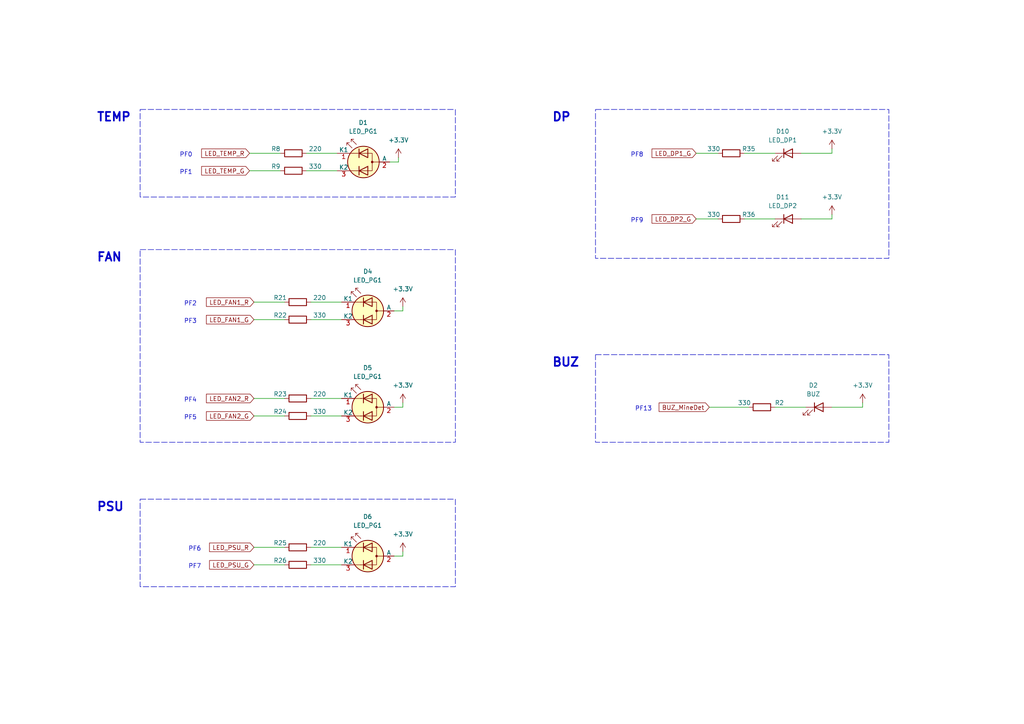
<source format=kicad_sch>
(kicad_sch (version 20230121) (generator eeschema)
  (paper "A4")
  (title_block (title "[AMDS] LED Schematic"))
  (lib_symbols
    (symbol "+3.3V_3" (power) (pin_numbers hide) (pin_names (offset 0) hide)
      (property "Value" "+3.3V_3" (at 0 3.556 0))
      (symbol "+3.3V_3_0_1"
        (polyline (pts (xy -0.762 1.27) (xy 0 2.54)))
        (polyline (pts (xy 0 0) (xy 0 2.54)))
        (polyline (pts (xy 0 2.54) (xy 0.762 1.27)))
      )
      (symbol "+3.3V_3_1_1"
        (pin power_in line (at 0 0 90) (length 0) hide (name "+3.3V") (number "1"))
      )
    )
    (symbol "+3.3V_4" (power) (pin_numbers hide) (pin_names (offset 0) hide)
      (property "Value" "+3.3V_4" (at 0 3.556 0))
      (symbol "+3.3V_4_0_1"
        (polyline (pts (xy -0.762 1.27) (xy 0 2.54)))
        (polyline (pts (xy 0 0) (xy 0 2.54)))
        (polyline (pts (xy 0 2.54) (xy 0.762 1.27)))
      )
      (symbol "+3.3V_4_1_1"
        (pin power_in line (at 0 0 90) (length 0) hide (name "+3.3V") (number "1"))
      )
    )
    (symbol "+3.3V_5" (power) (pin_numbers hide) (pin_names (offset 0) hide)
      (property "Value" "+3.3V_5" (at 0 3.556 0))
      (symbol "+3.3V_5_0_1"
        (polyline (pts (xy -0.762 1.27) (xy 0 2.54)))
        (polyline (pts (xy 0 0) (xy 0 2.54)))
        (polyline (pts (xy 0 2.54) (xy 0.762 1.27)))
      )
      (symbol "+3.3V_5_1_1"
        (pin power_in line (at 0 0 90) (length 0) hide (name "+3.3V") (number "1"))
      )
    )
    (symbol "+3.3V_6" (power) (pin_numbers hide) (pin_names (offset 0) hide)
      (property "Value" "+3.3V_6" (at 0 3.556 0))
      (symbol "+3.3V_6_0_1"
        (polyline (pts (xy -0.762 1.27) (xy 0 2.54)))
        (polyline (pts (xy 0 0) (xy 0 2.54)))
        (polyline (pts (xy 0 2.54) (xy 0.762 1.27)))
      )
      (symbol "+3.3V_6_1_1"
        (pin power_in line (at 0 0 90) (length 0) hide (name "+3.3V") (number "1"))
      )
    )
    (symbol "+3.3V_7" (power) (pin_numbers hide) (pin_names (offset 0) hide)
      (property "Value" "+3.3V_7" (at 0 3.556 0))
      (symbol "+3.3V_7_0_1"
        (polyline (pts (xy -0.762 1.27) (xy 0 2.54)))
        (polyline (pts (xy 0 0) (xy 0 2.54)))
        (polyline (pts (xy 0 2.54) (xy 0.762 1.27)))
      )
      (symbol "+3.3V_7_1_1"
        (pin power_in line (at 0 0 90) (length 0) hide (name "+3.3V") (number "1"))
      )
    )
    (symbol "Device:LED" (pin_numbers hide) (pin_names (offset 1.016) hide)
      (property "Reference" "D" (at 0 2.54 0))
      (property "Value" "LED" (at 0 -2.54 0))
      (symbol "LED_0_1"
        (polyline (pts (xy -1.27 -1.27) (xy -1.27 1.27)) (stroke (width 0.254)))
        (polyline (pts (xy -1.27 0) (xy 1.27 0)))
        (polyline (pts (xy 1.27 -1.27) (xy 1.27 1.27) (xy -1.27 0) (xy 1.27 -1.27)) (stroke (width 0.254)))
        (polyline (pts (xy -3.048 -0.762) (xy -4.572 -2.286) (xy -3.81 -2.286) (xy -4.572 -2.286) (xy -4.572 -1.524)))
        (polyline (pts (xy -1.778 -0.762) (xy -3.302 -2.286) (xy -2.54 -2.286) (xy -3.302 -2.286) (xy -3.302 -1.524)))
      )
      (symbol "LED_1_1"
        (pin passive line (at -3.81 0 0) (length 2.54) (name "K") (number "1"))
        (pin passive line (at 3.81 0 180) (length 2.54) (name "A") (number "2"))
      )
    )
    (symbol "Device:LED_Dual_KAK" (pin_names (offset 0))
      (property "Reference" "D" (at 0 5.715 0))
      (property "Value" "LED_Dual_KAK" (at 0 -6.35 0))
      (symbol "LED_Dual_KAK_0_1"
        (circle (center -2.54 0) (radius 0.2794) (fill (type outline)))
        (polyline (pts (xy -4.572 0) (xy -2.54 0)))
        (polyline (pts (xy 1.27 -1.27) (xy 1.27 -3.81)) (stroke (width 0.254)))
        (polyline (pts (xy 1.27 3.81) (xy 1.27 1.27)) (stroke (width 0.254)))
        (polyline (pts (xy 3.81 -2.54) (xy 1.905 -2.54)))
        (polyline (pts (xy 3.81 2.54) (xy 1.905 2.54)))
        (polyline (pts (xy -1.27 -1.27) (xy -1.27 -3.81) (xy 1.27 -2.54) (xy -1.27 -1.27)) (stroke (width 0.254)))
        (polyline (pts (xy -1.27 3.81) (xy -1.27 1.27) (xy 1.27 2.54) (xy -1.27 3.81)) (stroke (width 0.254)))
        (polyline (pts (xy 2.032 2.54) (xy -2.54 2.54) (xy -2.54 -2.54) (xy 2.032 -2.54)))
        (polyline (pts (xy 2.032 5.08) (xy 3.556 6.604) (xy 2.794 6.604) (xy 3.556 6.604) (xy 3.556 5.842)))
        (polyline (pts (xy 3.302 4.064) (xy 4.826 5.588) (xy 4.064 5.588) (xy 4.826 5.588) (xy 4.826 4.826)))
        (circle (center 0 0) (radius 4.572) (stroke (width 0.254)) (fill (type background)))
      )
      (symbol "LED_Dual_KAK_1_1"
        (pin input line (at 7.62 2.54 180) (length 3.81) (name "K1") (number "1"))
        (pin input line (at -7.62 0 0) (length 3.048) (name "A") (number "2"))
        (pin input line (at 7.62 -2.54 180) (length 3.81) (name "K2") (number "3"))
      )
    )
    (symbol "Device:R" (pin_numbers hide) (pin_names (offset 0))
      (property "Reference" "R" (at 2.032 0 90))
      (property "Value" "R" (at 0 0 90))
      (symbol "R_0_1"
        (rectangle (start -1.016 -2.54) (end 1.016 2.54) (stroke (width 0.254)))
      )
      (symbol "R_1_1"
        (pin passive line (at 0 3.81 270) (length 1.27) (name "~") (number "1"))
        (pin passive line (at 0 -3.81 90) (length 1.27) (name "~") (number "2"))
      )
    )
  )
  (wire (pts (xy 73.66 163.83) (xy 82.55 163.83)))
  (wire (pts (xy 215.9 44.45) (xy 224.79 44.45)))
  (wire (pts (xy 217.17 118.11) (xy 205.74 118.11)))
  (wire (pts (xy 241.3 118.11) (xy 250.19 118.11)))
  (wire (pts (xy 99.06 158.75) (xy 90.17 158.75)))
  (wire (pts (xy 99.06 87.63) (xy 90.17 87.63)))
  (wire (pts (xy 116.84 160.02) (xy 116.84 161.29)))
  (wire (pts (xy 215.9 63.5) (xy 224.79 63.5)))
  (wire (pts (xy 73.66 158.75) (xy 82.55 158.75)))
  (wire (pts (xy 97.79 44.45) (xy 88.9 44.45)))
  (wire (pts (xy 116.84 116.84) (xy 116.84 118.11)))
  (wire (pts (xy 208.28 63.5) (xy 201.93 63.5)))
  (wire (pts (xy 115.57 46.99) (xy 113.03 46.99)))
  (wire (pts (xy 90.17 163.83) (xy 99.06 163.83)))
  (wire (pts (xy 250.19 116.84) (xy 250.19 118.11)))
  (wire (pts (xy 116.84 90.17) (xy 114.3 90.17)))
  (wire (pts (xy 241.3 62.23) (xy 241.3 63.5)))
  (wire (pts (xy 73.66 92.71) (xy 82.55 92.71)))
  (wire (pts (xy 241.3 43.18) (xy 241.3 44.45)))
  (wire (pts (xy 115.57 45.72) (xy 115.57 46.99)))
  (wire (pts (xy 116.84 88.9) (xy 116.84 90.17)))
  (wire (pts (xy 88.9 49.53) (xy 97.79 49.53)))
  (wire (pts (xy 72.39 49.53) (xy 81.28 49.53)))
  (wire (pts (xy 99.06 115.57) (xy 90.17 115.57)))
  (wire (pts (xy 73.66 120.65) (xy 82.55 120.65)))
  (wire (pts (xy 90.17 120.65) (xy 99.06 120.65)))
  (wire (pts (xy 116.84 161.29) (xy 114.3 161.29)))
  (wire (pts (xy 72.39 44.45) (xy 81.28 44.45)))
  (wire (pts (xy 73.66 115.57) (xy 82.55 115.57)))
  (wire (pts (xy 232.41 44.45) (xy 241.3 44.45)))
  (wire (pts (xy 90.17 92.71) (xy 99.06 92.71)))
  (wire (pts (xy 208.28 44.45) (xy 201.93 44.45)))
  (wire (pts (xy 224.79 118.11) (xy 233.68 118.11)))
  (wire (pts (xy 73.66 87.63) (xy 82.55 87.63)))
  (wire (pts (xy 232.41 63.5) (xy 241.3 63.5)))
  (wire (pts (xy 116.84 118.11) (xy 114.3 118.11)))
  (rectangle (start 40.64 31.75) (end 132.08 57.15) (stroke (width 0) (type dash)))
  (rectangle (start 172.72 102.87) (end 257.81 128.27) (stroke (width 0) (type dash)))
  (rectangle (start 172.72 31.75) (end 257.81 74.93) (stroke (width 0) (type dash)))
  (rectangle (start 40.64 72.39) (end 132.08 128.27) (stroke (width 0) (type dash)))
  (rectangle (start 40.64 144.78) (end 132.08 170.18) (stroke (width 0) (type dash)))
  (text "TEMP\n" (at 27.94 35.56 0) (effects (font (size 2.5 2.5) (thickness 0.5) bold) (justify left bottom)))
  (text "PF3" (at 53.34 93.98 0) (effects (font (size 1.27 1.27)) (justify left bottom)))
  (text "PF7" (at 54.61 165.1 0) (effects (font (size 1.27 1.27)) (justify left bottom)))
  (text "PF6" (at 54.61 160.02 0) (effects (font (size 1.27 1.27)) (justify left bottom)))
  (text "FAN" (at 27.94 76.2 0) (effects (font (size 2.5 2.5) (thickness 0.5) bold) (justify left bottom)))
  (text "PF5" (at 53.34 121.92 0) (effects (font (size 1.27 1.27)) (justify left bottom)))
  (text "PF0" (at 52.07 45.72 0) (effects (font (size 1.27 1.27)) (justify left bottom)))
  (text "PF13" (at 184.15 119.38 0) (effects (font (size 1.27 1.27)) (justify left bottom)))
  (text "PSU" (at 27.94 148.59 0) (effects (font (size 2.5 2.5) (thickness 0.5) bold) (justify left bottom)))
  (text "PF4\n" (at 53.34 116.84 0) (effects (font (size 1.27 1.27)) (justify left bottom)))
  (text "DP" (at 160.02 35.56 0) (effects (font (size 2.5 2.5) (thickness 0.5) bold) (justify left bottom)))
  (text "PF8" (at 182.88 45.72 0) (effects (font (size 1.27 1.27)) (justify left bottom)))
  (text "PF9" (at 182.88 64.77 0) (effects (font (size 1.27 1.27)) (justify left bottom)))
  (text "PF1\n" (at 52.07 50.8 0) (effects (font (size 1.27 1.27)) (justify left bottom)))
  (text "BUZ\n" (at 160.02 106.68 0) (effects (font (size 2.5 2.5) (thickness 0.5) bold) (justify left bottom)))
  (text "PF2\n" (at 53.34 88.9 0) (effects (font (size 1.27 1.27)) (justify left bottom)))
  (global_label "LED_FAN2_G" (shape input) (at 73.66 120.65 180) (property "Intersheetrefs" "${INTERSHEET_REFS}" (effects hide)))
  (global_label "LED_TEMP_G" (shape input) (at 72.39 49.53 180) (property "Intersheetrefs" "${INTERSHEET_REFS}" (effects hide)))
  (global_label "LED_TEMP_R" (shape input) (at 72.39 44.45 180) (property "Intersheetrefs" "${INTERSHEET_REFS}" (effects hide)))
  (global_label "LED_PSU_R" (shape input) (at 73.66 158.75 180) (property "Intersheetrefs" "${INTERSHEET_REFS}" (effects hide)))
  (global_label "LED_FAN1_R" (shape input) (at 73.66 87.63 180) (property "Intersheetrefs" "${INTERSHEET_REFS}" (effects hide)))
  (global_label "LED_FAN2_R" (shape input) (at 73.66 115.57 180) (property "Intersheetrefs" "${INTERSHEET_REFS}" (effects hide)))
  (global_label "LED_FAN1_G" (shape input) (at 73.66 92.71 180) (property "Intersheetrefs" "${INTERSHEET_REFS}" (effects hide)))
  (global_label "LED_PSU_G" (shape input) (at 73.66 163.83 180) (property "Intersheetrefs" "${INTERSHEET_REFS}" (effects hide)))
  (global_label "LED_DP2_G" (shape input) (at 201.93 63.5 180) (property "Intersheetrefs" "${INTERSHEET_REFS}" (effects hide)))
  (global_label "BUZ_MineDet" (shape input) (at 205.74 118.11 180) (property "Intersheetrefs" "${INTERSHEET_REFS}" (effects hide)))
  (global_label "LED_DP1_G" (shape input) (at 201.93 44.45 180) (property "Intersheetrefs" "${INTERSHEET_REFS}" (effects hide)))
  (symbol (lib_id "Device:R") (at 86.36 158.75 270) (mirror x) (unit 1)
    (property "Reference" "R25" (at 81.28 157.48 90))
    (property "Value" "220" (at 92.71 157.48 90))
  )
  (symbol (lib_id "Device:LED_Dual_KAK") (at 105.41 46.99 0) (mirror y) (unit 1)
    (property "Reference" "D1" (at 105.3465 35.56 0))
    (property "Value" "LED_PG1" (at 105.3465 38.1 0))
  )
  (symbol (lib_name "+3.3V_6") (lib_id "power:+3.3V") (at 241.3 43.18 0) (mirror y) (unit 1)
    (property "Reference" "#PWR017" (effects hide))
    (property "Value" "+3.3V" (at 241.3 38.1 0))
  )
  (symbol (lib_name "+3.3V_5") (lib_id "power:+3.3V") (at 116.84 160.02 0) (mirror y) (unit 1)
    (property "Reference" "#PWR014" (effects hide))
    (property "Value" "+3.3V" (at 116.84 154.94 0))
  )
  (symbol (lib_id "Device:LED") (at 237.49 118.11 0) (unit 1)
    (property "Reference" "D2" (at 235.9025 111.76 0))
    (property "Value" "BUZ" (at 235.9025 114.3 0))
  )
  (symbol (lib_name "+3.3V_7") (lib_id "power:+3.3V") (at 241.3 62.23 0) (mirror y) (unit 1)
    (property "Reference" "#PWR018" (effects hide))
    (property "Value" "+3.3V" (at 241.3 57.15 0))
  )
  (symbol (lib_id "Device:R") (at 85.09 44.45 270) (mirror x) (unit 1)
    (property "Reference" "R8" (at 80.01 43.18 90))
    (property "Value" "220" (at 91.44 43.18 90))
  )
  (symbol (lib_id "Device:LED_Dual_KAK") (at 106.68 90.17 0) (mirror y) (unit 1)
    (property "Reference" "D4" (at 106.68 78.74 0))
    (property "Value" "LED_PG1" (at 106.6165 81.28 0))
  )
  (symbol (lib_id "Device:R") (at 212.09 63.5 270) (mirror x) (unit 1)
    (property "Reference" "R36" (at 217.17 62.23 90))
    (property "Value" "330" (at 207.01 62.23 90))
  )
  (symbol (lib_id "Device:R") (at 85.09 49.53 270) (mirror x) (unit 1)
    (property "Reference" "R9" (at 80.01 48.26 90))
    (property "Value" "330" (at 91.44 48.26 90))
  )
  (symbol (lib_name "+3.3V_6") (lib_id "power:+3.3V") (at 250.19 116.84 0) (mirror y) (unit 1)
    (property "Reference" "#PWR02" (effects hide))
    (property "Value" "+3.3V" (at 250.19 111.76 0))
  )
  (symbol (lib_id "Device:R") (at 86.36 120.65 270) (mirror x) (unit 1)
    (property "Reference" "R24" (at 81.28 119.38 90))
    (property "Value" "330" (at 92.71 119.38 90))
  )
  (symbol (lib_id "Device:R") (at 220.98 118.11 270) (mirror x) (unit 1)
    (property "Reference" "R2" (at 226.06 116.84 90))
    (property "Value" "330" (at 215.9 116.84 90))
  )
  (symbol (lib_id "Device:R") (at 86.36 92.71 270) (mirror x) (unit 1)
    (property "Reference" "R22" (at 81.28 91.44 90))
    (property "Value" "330" (at 92.71 91.44 90))
  )
  (symbol (lib_id "Device:LED") (at 228.6 44.45 0) (unit 1)
    (property "Reference" "D10" (at 227.0125 38.1 0))
    (property "Value" "LED_DP1" (at 227.0125 40.64 0))
  )
  (symbol (lib_id "Device:R") (at 86.36 115.57 270) (mirror x) (unit 1)
    (property "Reference" "R23" (at 81.28 114.3 90))
    (property "Value" "220" (at 92.71 114.3 90))
  )
  (symbol (lib_id "Device:LED_Dual_KAK") (at 106.68 118.11 0) (mirror y) (unit 1)
    (property "Reference" "D5" (at 106.6165 106.68 0))
    (property "Value" "LED_PG1" (at 106.6165 109.22 0))
  )
  (symbol (lib_id "Device:R") (at 86.36 163.83 270) (mirror x) (unit 1)
    (property "Reference" "R26" (at 81.28 162.56 90))
    (property "Value" "330" (at 92.71 162.56 90))
  )
  (symbol (lib_id "Device:R") (at 212.09 44.45 270) (mirror x) (unit 1)
    (property "Reference" "R35" (at 217.17 43.18 90))
    (property "Value" "330" (at 207.01 43.18 90))
  )
  (symbol (lib_name "+3.3V_3") (lib_id "power:+3.3V") (at 115.57 45.72 0) (mirror y) (unit 1)
    (property "Reference" "#PWR04" (effects hide))
    (property "Value" "+3.3V" (at 115.57 40.64 0))
  )
  (symbol (lib_id "Device:LED") (at 228.6 63.5 0) (unit 1)
    (property "Reference" "D11" (at 227.0125 57.15 0))
    (property "Value" "LED_DP2" (at 227.0125 59.69 0))
  )
  (symbol (lib_id "Device:LED_Dual_KAK") (at 106.68 161.29 0) (mirror y) (unit 1)
    (property "Reference" "D6" (at 106.6165 149.86 0))
    (property "Value" "LED_PG1" (at 106.6165 152.4 0))
  )
  (symbol (lib_name "+3.3V_3") (lib_id "power:+3.3V") (at 116.84 88.9 0) (mirror y) (unit 1)
    (property "Reference" "#PWR010" (effects hide))
    (property "Value" "+3.3V" (at 116.84 83.82 0))
  )
  (symbol (lib_id "Device:R") (at 86.36 87.63 270) (mirror x) (unit 1)
    (property "Reference" "R21" (at 81.28 86.36 90))
    (property "Value" "220" (at 92.71 86.36 90))
  )
  (symbol (lib_name "+3.3V_4") (lib_id "power:+3.3V") (at 116.84 116.84 0) (mirror y) (unit 1)
    (property "Reference" "#PWR013" (effects hide))
    (property "Value" "+3.3V" (at 116.84 111.76 0))
  )
)
</source>
